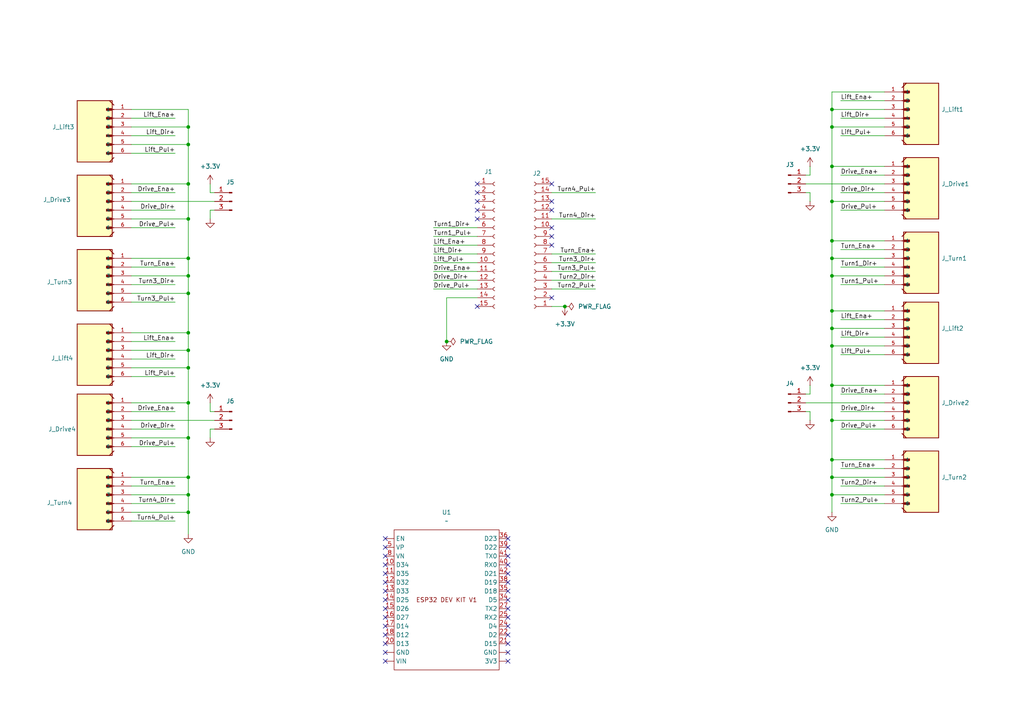
<source format=kicad_sch>
(kicad_sch (version 20250114) (generator "eeschema") (generator_version "9.0")
  (paper "A4")
  (lib_symbols
    (symbol "B6B-PH-K-S:B6B-PH-K-S" (pin_names (offset 1.016))
      (property "Reference" "J" (at -5.58 10.16 0))
      (property "Value" "B6B-PH-K-S" (at -5.08 -10.16 0))
      (symbol "B6B-PH-K-S_0_0"
        (polyline (pts (xy -5.08 8.89) (xy -3.81 10.16)) (stroke (width 0.254)))
        (polyline (pts (xy -5.08 7.62) (xy -3.175 7.62)) (stroke (width 0.254)))
        (polyline (pts (xy -5.08 5.08) (xy -3.175 5.08)) (stroke (width 0.254)))
        (polyline (pts (xy -5.08 2.54) (xy -3.175 2.54)) (stroke (width 0.254)))
        (polyline (pts (xy -5.08 0) (xy -3.175 0)) (stroke (width 0.254)))
        (polyline (pts (xy -5.08 -2.54) (xy -3.175 -2.54)) (stroke (width 0.254)))
        (polyline (pts (xy -5.08 -5.08) (xy -3.175 -5.08)) (stroke (width 0.254)))
        (polyline (pts (xy -5.08 -6.35) (xy -3.81 -7.62)) (stroke (width 0.254)))
        (rectangle (start -4.6038 -7.62) (end 5.5563 10.16) (stroke (width 0.254)) (fill (type background)))
        (rectangle (start -4.445 7.3025) (end -2.8575 7.9375) (stroke (width 0.1)) (fill (type outline)))
        (rectangle (start -4.445 4.7625) (end -2.8575 5.3975) (stroke (width 0.1)) (fill (type outline)))
        (rectangle (start -4.445 2.2225) (end -2.8575 2.8575) (stroke (width 0.1)) (fill (type outline)))
        (rectangle (start -4.445 -0.3175) (end -2.8575 0.3175) (stroke (width 0.1)) (fill (type outline)))
        (rectangle (start -4.445 -2.8575) (end -2.8575 -2.2225) (stroke (width 0.1)) (fill (type outline)))
        (rectangle (start -4.445 -5.3975) (end -2.8575 -4.7625) (stroke (width 0.1)) (fill (type outline)))
        (pin passive line (at -10.16 7.62 0) (length 5.08) (name "1") (number "1"))
        (pin passive line (at -10.16 5.08 0) (length 5.08) (name "2") (number "2"))
        (pin passive line (at -10.16 2.54 0) (length 5.08) (name "3") (number "3"))
        (pin passive line (at -10.16 0 0) (length 5.08) (name "4") (number "4"))
        (pin passive line (at -10.16 -2.54 0) (length 5.08) (name "5") (number "5"))
        (pin passive line (at -10.16 -5.08 0) (length 5.08) (name "6") (number "6"))
      )
    )
    (symbol "Connector:Conn_01x03_Pin" (pin_names (offset 1.016) (hide yes))
      (property "Reference" "J" (at 0 5.08 0))
      (property "Value" "Conn_01x03_Pin" (at 0 -5.08 0))
      (symbol "Conn_01x03_Pin_1_1"
        (rectangle (start 0.8636 2.667) (end 0 2.413) (stroke (width 0.1524)) (fill (type outline)))
        (rectangle (start 0.8636 0.127) (end 0 -0.127) (stroke (width 0.1524)) (fill (type outline)))
        (rectangle (start 0.8636 -2.413) (end 0 -2.667) (stroke (width 0.1524)) (fill (type outline)))
        (polyline (pts (xy 1.27 2.54) (xy 0.8636 2.54)) (stroke (width 0.1524)))
        (polyline (pts (xy 1.27 0) (xy 0.8636 0)) (stroke (width 0.1524)))
        (polyline (pts (xy 1.27 -2.54) (xy 0.8636 -2.54)) (stroke (width 0.1524)))
        (pin passive line (at 5.08 2.54 180) (length 3.81) (name "Pin_1") (number "1"))
        (pin passive line (at 5.08 0 180) (length 3.81) (name "Pin_2") (number "2"))
        (pin passive line (at 5.08 -2.54 180) (length 3.81) (name "Pin_3") (number "3"))
      )
    )
    (symbol "Connector:Conn_01x15_Socket" (pin_names (offset 1.016) (hide yes))
      (property "Reference" "J" (at 0 20.32 0))
      (property "Value" "Conn_01x15_Socket" (at 0 -20.32 0))
      (symbol "Conn_01x15_Socket_1_1"
        (polyline (pts (xy -1.27 17.78) (xy -0.508 17.78)) (stroke (width 0.1524)))
        (polyline (pts (xy -1.27 15.24) (xy -0.508 15.24)) (stroke (width 0.1524)))
        (polyline (pts (xy -1.27 12.7) (xy -0.508 12.7)) (stroke (width 0.1524)))
        (polyline (pts (xy -1.27 10.16) (xy -0.508 10.16)) (stroke (width 0.1524)))
        (polyline (pts (xy -1.27 7.62) (xy -0.508 7.62)) (stroke (width 0.1524)))
        (polyline (pts (xy -1.27 5.08) (xy -0.508 5.08)) (stroke (width 0.1524)))
        (polyline (pts (xy -1.27 2.54) (xy -0.508 2.54)) (stroke (width 0.1524)))
        (polyline (pts (xy -1.27 0) (xy -0.508 0)) (stroke (width 0.1524)))
        (polyline (pts (xy -1.27 -2.54) (xy -0.508 -2.54)) (stroke (width 0.1524)))
        (polyline (pts (xy -1.27 -5.08) (xy -0.508 -5.08)) (stroke (width 0.1524)))
        (polyline (pts (xy -1.27 -7.62) (xy -0.508 -7.62)) (stroke (width 0.1524)))
        (polyline (pts (xy -1.27 -10.16) (xy -0.508 -10.16)) (stroke (width 0.1524)))
        (polyline (pts (xy -1.27 -12.7) (xy -0.508 -12.7)) (stroke (width 0.1524)))
        (polyline (pts (xy -1.27 -15.24) (xy -0.508 -15.24)) (stroke (width 0.1524)))
        (polyline (pts (xy -1.27 -17.78) (xy -0.508 -17.78)) (stroke (width 0.1524)))
        (arc (start 0 17.272) (mid -0.5058 17.78) (end 0 18.288) (stroke (width 0.1524)))
        (arc (start 0 14.732) (mid -0.5058 15.24) (end 0 15.748) (stroke (width 0.1524)))
        (arc (start 0 12.192) (mid -0.5058 12.7) (end 0 13.208) (stroke (width 0.1524)))
        (arc (start 0 9.652) (mid -0.5058 10.16) (end 0 10.668) (stroke (width 0.1524)))
        (arc (start 0 7.112) (mid -0.5058 7.62) (end 0 8.128) (stroke (width 0.1524)))
        (arc (start 0 4.572) (mid -0.5058 5.08) (end 0 5.588) (stroke (width 0.1524)))
        (arc (start 0 2.032) (mid -0.5058 2.54) (end 0 3.048) (stroke (width 0.1524)))
        (arc (start 0 -0.508) (mid -0.5058 0) (end 0 0.508) (stroke (width 0.1524)))
        (arc (start 0 -3.048) (mid -0.5058 -2.54) (end 0 -2.032) (stroke (width 0.1524)))
        (arc (start 0 -5.588) (mid -0.5058 -5.08) (end 0 -4.572) (stroke (width 0.1524)))
        (arc (start 0 -8.128) (mid -0.5058 -7.62) (end 0 -7.112) (stroke (width 0.1524)))
        (arc (start 0 -10.668) (mid -0.5058 -10.16) (end 0 -9.652) (stroke (width 0.1524)))
        (arc (start 0 -13.208) (mid -0.5058 -12.7) (end 0 -12.192) (stroke (width 0.1524)))
        (arc (start 0 -15.748) (mid -0.5058 -15.24) (end 0 -14.732) (stroke (width 0.1524)))
        (arc (start 0 -18.288) (mid -0.5058 -17.78) (end 0 -17.272) (stroke (width 0.1524)))
        (pin passive line (at -5.08 17.78 0) (length 3.81) (name "Pin_1") (number "1"))
        (pin passive line (at -5.08 15.24 0) (length 3.81) (name "Pin_2") (number "2"))
        (pin passive line (at -5.08 12.7 0) (length 3.81) (name "Pin_3") (number "3"))
        (pin passive line (at -5.08 10.16 0) (length 3.81) (name "Pin_4") (number "4"))
        (pin passive line (at -5.08 7.62 0) (length 3.81) (name "Pin_5") (number "5"))
        (pin passive line (at -5.08 5.08 0) (length 3.81) (name "Pin_6") (number "6"))
        (pin passive line (at -5.08 2.54 0) (length 3.81) (name "Pin_7") (number "7"))
        (pin passive line (at -5.08 0 0) (length 3.81) (name "Pin_8") (number "8"))
        (pin passive line (at -5.08 -2.54 0) (length 3.81) (name "Pin_9") (number "9"))
        (pin passive line (at -5.08 -5.08 0) (length 3.81) (name "Pin_10") (number "10"))
        (pin passive line (at -5.08 -7.62 0) (length 3.81) (name "Pin_11") (number "11"))
        (pin passive line (at -5.08 -10.16 0) (length 3.81) (name "Pin_12") (number "12"))
        (pin passive line (at -5.08 -12.7 0) (length 3.81) (name "Pin_13") (number "13"))
        (pin passive line (at -5.08 -15.24 0) (length 3.81) (name "Pin_14") (number "14"))
        (pin passive line (at -5.08 -17.78 0) (length 3.81) (name "Pin_15") (number "15"))
      )
    )
    (symbol "power:+3.3V" (power) (pin_numbers (hide yes)) (pin_names (offset 0) (hide yes))
      (property "Value" "+3.3V" (at 0 3.556 0))
      (symbol "+3.3V_0_1"
        (polyline (pts (xy -0.762 1.27) (xy 0 2.54)))
        (polyline (pts (xy 0 2.54) (xy 0.762 1.27)))
        (polyline (pts (xy 0 0) (xy 0 2.54)))
      )
      (symbol "+3.3V_1_1"
        (pin power_in line (at 0 0 90) (length 0) (name "~") (number "1"))
      )
    )
    (symbol "power:GND" (power) (pin_numbers (hide yes)) (pin_names (offset 0) (hide yes))
      (property "Value" "GND" (at 0 -3.81 0))
      (symbol "GND_0_1"
        (polyline (pts (xy 0 0) (xy 0 -1.27) (xy 1.27 -1.27) (xy 0 -2.54) (xy -1.27 -1.27) (xy 0 -1.27)))
      )
      (symbol "GND_1_1"
        (pin power_in line (at 0 0 270) (length 0) (name "~") (number "1"))
      )
    )
    (symbol "power:PWR_FLAG" (power) (pin_numbers (hide yes)) (pin_names (offset 0) (hide yes))
      (property "Value" "PWR_FLAG" (at 0 3.81 0))
      (symbol "PWR_FLAG_0_0"
        (pin power_out line (at 0 0 90) (length 0) (name "~") (number "1"))
      )
      (symbol "PWR_FLAG_0_1"
        (polyline (pts (xy 0 0) (xy 0 1.27) (xy -1.016 1.905) (xy 0 2.54) (xy 1.016 1.905) (xy 0 1.27)))
      )
    )
    (symbol "seniorDesign:ESP32_DEVKIT_V1"
      (property "Reference" "U" (at 16.002 21.082 0))
      (symbol "ESP32_DEVKIT_V1_0_1"
        (rectangle (start -15.24 20.32) (end 15.24 -20.32))
      )
      (symbol "ESP32_DEVKIT_V1_1_1"
        (text "ESP32 DEV KIT V1" (at 0 0 0) (effects (font (size 1.27 1.27))))
        (pin input line (at -17.78 17.78 0) (length 2.54) (name "EN") (number ""))
        (pin power_in line (at -17.78 15.24 0) (length 2.54) (name "VP") (number "5"))
        (pin power_in line (at -17.78 12.7 0) (length 2.54) (name "VN") (number "8"))
        (pin bidirectional line (at -17.78 10.16 0) (length 2.54) (name "D34") (number "10"))
        (pin bidirectional line (at -17.78 7.62 0) (length 2.54) (name "D35") (number "11"))
        (pin bidirectional line (at -17.78 5.08 0) (length 2.54) (name "D32") (number "12"))
        (pin bidirectional line (at -17.78 2.54 0) (length 2.54) (name "D33") (number "13"))
        (pin bidirectional line (at -17.78 0 0) (length 2.54) (name "D25") (number "14"))
        (pin bidirectional line (at -17.78 -2.54 0) (length 2.54) (name "D26") (number "15"))
        (pin bidirectional line (at -17.78 -5.08 0) (length 2.54) (name "D27") (number "16"))
        (pin bidirectional line (at -17.78 -7.62 0) (length 2.54) (name "D14") (number "17"))
        (pin bidirectional line (at -17.78 -10.16 0) (length 2.54) (name "D12") (number "18"))
        (pin bidirectional line (at -17.78 -12.7 0) (length 2.54) (name "D13") (number "20"))
        (pin power_in line (at -17.78 -15.24 0) (length 2.54) (name "GND") (number ""))
        (pin power_in line (at -17.78 -17.78 0) (length 2.54) (name "VIN") (number ""))
        (pin bidirectional line (at 17.78 17.78 180) (length 2.54) (name "D23") (number "36"))
        (pin bidirectional line (at 17.78 15.24 180) (length 2.54) (name "D22") (number "39"))
        (pin output line (at 17.78 12.7 180) (length 2.54) (name "TX0") (number "41"))
        (pin input line (at 17.78 10.16 180) (length 2.54) (name "RX0") (number "40"))
        (pin bidirectional line (at 17.78 7.62 180) (length 2.54) (name "D21") (number "42"))
        (pin bidirectional line (at 17.78 5.08 180) (length 2.54) (name "D19") (number "38"))
        (pin bidirectional line (at 17.78 2.54 180) (length 2.54) (name "D18") (number "35"))
        (pin bidirectional line (at 17.78 0 180) (length 2.54) (name "D5") (number "34"))
        (pin output line (at 17.78 -2.54 180) (length 2.54) (name "TX2") (number "27"))
        (pin input line (at 17.78 -5.08 180) (length 2.54) (name "RX2") (number "25"))
        (pin bidirectional line (at 17.78 -7.62 180) (length 2.54) (name "D4") (number "24"))
        (pin bidirectional line (at 17.78 -10.16 180) (length 2.54) (name "D2") (number "22"))
        (pin bidirectional line (at 17.78 -12.7 180) (length 2.54) (name "D15") (number "21"))
        (pin power_in line (at 17.78 -15.24 180) (length 2.54) (name "GND") (number ""))
        (pin power_in line (at 17.78 -17.78 180) (length 2.54) (name "3V3") (number ""))
      )
    )
  )
  (junction (at 54.61 106.68))
  (junction (at 241.3 143.51))
  (junction (at 241.3 121.92))
  (junction (at 241.3 48.26))
  (junction (at 54.61 96.52))
  (junction (at 54.61 127))
  (junction (at 129.54 99.06))
  (junction (at 241.3 138.43))
  (junction (at 241.3 90.17))
  (junction (at 54.61 143.51))
  (junction (at 54.61 116.84))
  (junction (at 241.3 95.25))
  (junction (at 241.3 80.01))
  (junction (at 241.3 36.83))
  (junction (at 241.3 31.75))
  (junction (at 54.61 53.34))
  (junction (at 54.61 101.6))
  (junction (at 241.3 100.33))
  (junction (at 241.3 133.35))
  (junction (at 54.61 148.59))
  (junction (at 241.3 111.76))
  (junction (at 54.61 85.09))
  (junction (at 241.3 58.42))
  (junction (at 241.3 74.93))
  (junction (at 54.61 41.91))
  (junction (at 54.61 36.83))
  (junction (at 54.61 63.5))
  (junction (at 54.61 80.01))
  (junction (at 241.3 69.85))
  (junction (at 163.83 88.9))
  (junction (at 54.61 74.93))
  (junction (at 54.61 138.43))
  (no_connect (at 147.32 168.91))
  (no_connect (at 138.43 53.34))
  (no_connect (at 160.02 66.04))
  (no_connect (at 147.32 173.99))
  (no_connect (at 147.32 186.69))
  (no_connect (at 160.02 86.36))
  (no_connect (at 111.76 186.69))
  (no_connect (at 147.32 181.61))
  (no_connect (at 111.76 189.23))
  (no_connect (at 138.43 60.96))
  (no_connect (at 111.76 161.29))
  (no_connect (at 111.76 156.21))
  (no_connect (at 111.76 184.15))
  (no_connect (at 147.32 179.07))
  (no_connect (at 160.02 53.34))
  (no_connect (at 147.32 184.15))
  (no_connect (at 138.43 55.88))
  (no_connect (at 147.32 171.45))
  (no_connect (at 138.43 58.42))
  (no_connect (at 147.32 189.23))
  (no_connect (at 111.76 166.37))
  (no_connect (at 147.32 156.21))
  (no_connect (at 138.43 63.5))
  (no_connect (at 160.02 71.12))
  (no_connect (at 160.02 60.96))
  (no_connect (at 111.76 176.53))
  (no_connect (at 138.43 88.9))
  (no_connect (at 160.02 68.58))
  (no_connect (at 111.76 181.61))
  (no_connect (at 111.76 163.83))
  (no_connect (at 111.76 191.77))
  (no_connect (at 111.76 171.45))
  (no_connect (at 111.76 179.07))
  (no_connect (at 111.76 173.99))
  (no_connect (at 111.76 158.75))
  (no_connect (at 160.02 58.42))
  (no_connect (at 147.32 166.37))
  (no_connect (at 147.32 158.75))
  (no_connect (at 147.32 191.77))
  (no_connect (at 147.32 161.29))
  (no_connect (at 147.32 176.53))
  (no_connect (at 147.32 163.83))
  (no_connect (at 111.76 168.91))
  (wire (pts (xy 241.3 74.93) (xy 241.3 80.01)))
  (wire (pts (xy 54.61 74.93) (xy 54.61 80.01)))
  (wire (pts (xy 243.84 60.96) (xy 256.54 60.96)))
  (wire (pts (xy 234.95 114.3) (xy 234.95 111.76)))
  (wire (pts (xy 62.23 55.88) (xy 60.96 55.88)))
  (wire (pts (xy 50.8 129.54) (xy 38.1 129.54)))
  (wire (pts (xy 38.1 96.52) (xy 54.61 96.52)))
  (wire (pts (xy 241.3 80.01) (xy 256.54 80.01)))
  (wire (pts (xy 38.1 63.5) (xy 54.61 63.5)))
  (wire (pts (xy 38.1 55.88) (xy 50.8 55.88)))
  (wire (pts (xy 50.8 146.05) (xy 38.1 146.05)))
  (wire (pts (xy 60.96 119.38) (xy 60.96 116.84)))
  (wire (pts (xy 50.8 87.63) (xy 38.1 87.63)))
  (wire (pts (xy 241.3 48.26) (xy 241.3 58.42)))
  (wire (pts (xy 241.3 31.75) (xy 241.3 36.83)))
  (wire (pts (xy 54.61 138.43) (xy 54.61 143.51)))
  (wire (pts (xy 233.68 114.3) (xy 234.95 114.3)))
  (wire (pts (xy 54.61 53.34) (xy 54.61 63.5)))
  (wire (pts (xy 62.23 119.38) (xy 60.96 119.38)))
  (wire (pts (xy 125.73 78.74) (xy 138.43 78.74)))
  (wire (pts (xy 54.61 101.6) (xy 54.61 106.68)))
  (wire (pts (xy 38.1 74.93) (xy 54.61 74.93)))
  (wire (pts (xy 241.3 58.42) (xy 256.54 58.42)))
  (wire (pts (xy 125.73 83.82) (xy 138.43 83.82)))
  (wire (pts (xy 256.54 138.43) (xy 241.3 138.43)))
  (wire (pts (xy 241.3 121.92) (xy 256.54 121.92)))
  (wire (pts (xy 241.3 26.67) (xy 241.3 31.75)))
  (wire (pts (xy 243.84 140.97) (xy 256.54 140.97)))
  (wire (pts (xy 241.3 48.26) (xy 256.54 48.26)))
  (wire (pts (xy 50.8 66.04) (xy 38.1 66.04)))
  (wire (pts (xy 60.96 55.88) (xy 60.96 53.34)))
  (wire (pts (xy 241.3 143.51) (xy 241.3 148.59)))
  (wire (pts (xy 256.54 114.3) (xy 243.84 114.3)))
  (wire (pts (xy 54.61 143.51) (xy 54.61 148.59)))
  (wire (pts (xy 256.54 143.51) (xy 241.3 143.51)))
  (wire (pts (xy 241.3 100.33) (xy 256.54 100.33)))
  (wire (pts (xy 125.73 81.28) (xy 138.43 81.28)))
  (wire (pts (xy 38.1 121.92) (xy 62.23 121.92)))
  (wire (pts (xy 62.23 60.96) (xy 60.96 60.96)))
  (wire (pts (xy 50.8 44.45) (xy 38.1 44.45)))
  (wire (pts (xy 241.3 80.01) (xy 241.3 90.17)))
  (wire (pts (xy 54.61 63.5) (xy 54.61 74.93)))
  (wire (pts (xy 243.84 72.39) (xy 256.54 72.39)))
  (wire (pts (xy 241.3 121.92) (xy 241.3 133.35)))
  (wire (pts (xy 50.8 82.55) (xy 38.1 82.55)))
  (wire (pts (xy 172.72 76.2) (xy 160.02 76.2)))
  (wire (pts (xy 256.54 55.88) (xy 243.84 55.88)))
  (wire (pts (xy 125.73 76.2) (xy 138.43 76.2)))
  (wire (pts (xy 54.61 41.91) (xy 54.61 53.34)))
  (wire (pts (xy 256.54 119.38) (xy 243.84 119.38)))
  (wire (pts (xy 38.1 36.83) (xy 54.61 36.83)))
  (wire (pts (xy 241.3 36.83) (xy 256.54 36.83)))
  (wire (pts (xy 243.84 77.47) (xy 256.54 77.47)))
  (wire (pts (xy 243.84 146.05) (xy 256.54 146.05)))
  (wire (pts (xy 172.72 78.74) (xy 160.02 78.74)))
  (wire (pts (xy 54.61 127) (xy 54.61 138.43)))
  (wire (pts (xy 125.73 66.04) (xy 138.43 66.04)))
  (wire (pts (xy 241.3 111.76) (xy 241.3 121.92)))
  (wire (pts (xy 241.3 58.42) (xy 241.3 69.85)))
  (wire (pts (xy 54.61 106.68) (xy 54.61 116.84)))
  (wire (pts (xy 243.84 97.79) (xy 256.54 97.79)))
  (wire (pts (xy 243.84 124.46) (xy 256.54 124.46)))
  (wire (pts (xy 50.8 109.22) (xy 38.1 109.22)))
  (wire (pts (xy 50.8 77.47) (xy 38.1 77.47)))
  (wire (pts (xy 38.1 31.75) (xy 54.61 31.75)))
  (wire (pts (xy 172.72 55.88) (xy 160.02 55.88)))
  (wire (pts (xy 241.3 111.76) (xy 256.54 111.76)))
  (wire (pts (xy 38.1 138.43) (xy 54.61 138.43)))
  (wire (pts (xy 38.1 124.46) (xy 50.8 124.46)))
  (wire (pts (xy 241.3 95.25) (xy 241.3 100.33)))
  (wire (pts (xy 233.68 50.8) (xy 234.95 50.8)))
  (wire (pts (xy 54.61 85.09) (xy 54.61 96.52)))
  (wire (pts (xy 234.95 119.38) (xy 234.95 121.92)))
  (wire (pts (xy 125.73 73.66) (xy 138.43 73.66)))
  (wire (pts (xy 54.61 148.59) (xy 54.61 154.94)))
  (wire (pts (xy 138.43 86.36) (xy 129.54 86.36)))
  (wire (pts (xy 233.68 116.84) (xy 256.54 116.84)))
  (wire (pts (xy 38.1 60.96) (xy 50.8 60.96)))
  (wire (pts (xy 241.3 133.35) (xy 256.54 133.35)))
  (wire (pts (xy 50.8 99.06) (xy 38.1 99.06)))
  (wire (pts (xy 243.84 34.29) (xy 256.54 34.29)))
  (wire (pts (xy 241.3 100.33) (xy 241.3 111.76)))
  (wire (pts (xy 241.3 74.93) (xy 256.54 74.93)))
  (wire (pts (xy 129.54 86.36) (xy 129.54 99.06)))
  (wire (pts (xy 256.54 50.8) (xy 243.84 50.8)))
  (wire (pts (xy 172.72 81.28) (xy 160.02 81.28)))
  (wire (pts (xy 54.61 36.83) (xy 54.61 41.91)))
  (wire (pts (xy 241.3 138.43) (xy 241.3 143.51)))
  (wire (pts (xy 241.3 90.17) (xy 256.54 90.17)))
  (wire (pts (xy 38.1 85.09) (xy 54.61 85.09)))
  (wire (pts (xy 125.73 68.58) (xy 138.43 68.58)))
  (wire (pts (xy 241.3 133.35) (xy 241.3 138.43)))
  (wire (pts (xy 60.96 60.96) (xy 60.96 63.5)))
  (wire (pts (xy 38.1 106.68) (xy 54.61 106.68)))
  (wire (pts (xy 54.61 116.84) (xy 54.61 127)))
  (wire (pts (xy 60.96 124.46) (xy 60.96 127)))
  (wire (pts (xy 243.84 135.89) (xy 256.54 135.89)))
  (wire (pts (xy 125.73 71.12) (xy 138.43 71.12)))
  (wire (pts (xy 38.1 116.84) (xy 54.61 116.84)))
  (wire (pts (xy 172.72 73.66) (xy 160.02 73.66)))
  (wire (pts (xy 172.72 63.5) (xy 160.02 63.5)))
  (wire (pts (xy 243.84 92.71) (xy 256.54 92.71)))
  (wire (pts (xy 241.3 95.25) (xy 256.54 95.25)))
  (wire (pts (xy 241.3 36.83) (xy 241.3 48.26)))
  (wire (pts (xy 234.95 50.8) (xy 234.95 48.26)))
  (wire (pts (xy 38.1 53.34) (xy 54.61 53.34)))
  (wire (pts (xy 38.1 148.59) (xy 54.61 148.59)))
  (wire (pts (xy 233.68 53.34) (xy 256.54 53.34)))
  (wire (pts (xy 243.84 29.21) (xy 256.54 29.21)))
  (wire (pts (xy 54.61 96.52) (xy 54.61 101.6)))
  (wire (pts (xy 234.95 55.88) (xy 234.95 58.42)))
  (wire (pts (xy 241.3 69.85) (xy 256.54 69.85)))
  (wire (pts (xy 50.8 39.37) (xy 38.1 39.37)))
  (wire (pts (xy 243.84 82.55) (xy 256.54 82.55)))
  (wire (pts (xy 54.61 31.75) (xy 54.61 36.83)))
  (wire (pts (xy 241.3 31.75) (xy 256.54 31.75)))
  (wire (pts (xy 38.1 101.6) (xy 54.61 101.6)))
  (wire (pts (xy 50.8 151.13) (xy 38.1 151.13)))
  (wire (pts (xy 172.72 83.82) (xy 160.02 83.82)))
  (wire (pts (xy 243.84 39.37) (xy 256.54 39.37)))
  (wire (pts (xy 38.1 119.38) (xy 50.8 119.38)))
  (wire (pts (xy 233.68 119.38) (xy 234.95 119.38)))
  (wire (pts (xy 233.68 55.88) (xy 234.95 55.88)))
  (wire (pts (xy 241.3 90.17) (xy 241.3 95.25)))
  (wire (pts (xy 54.61 80.01) (xy 54.61 85.09)))
  (wire (pts (xy 38.1 127) (xy 54.61 127)))
  (wire (pts (xy 38.1 58.42) (xy 62.23 58.42)))
  (wire (pts (xy 50.8 140.97) (xy 38.1 140.97)))
  (wire (pts (xy 50.8 34.29) (xy 38.1 34.29)))
  (wire (pts (xy 38.1 41.91) (xy 54.61 41.91)))
  (wire (pts (xy 243.84 102.87) (xy 256.54 102.87)))
  (wire (pts (xy 38.1 80.01) (xy 54.61 80.01)))
  (wire (pts (xy 62.23 124.46) (xy 60.96 124.46)))
  (wire (pts (xy 38.1 143.51) (xy 54.61 143.51)))
  (wire (pts (xy 160.02 88.9) (xy 163.83 88.9)))
  (wire (pts (xy 241.3 69.85) (xy 241.3 74.93)))
  (wire (pts (xy 50.8 104.14) (xy 38.1 104.14)))
  (wire (pts (xy 256.54 26.67) (xy 241.3 26.67)))
  (label "Turn4_Dir+" (at 50.8 146.05 180))
  (label "Turn2_Pul+" (at 172.72 83.82 180))
  (label "Drive_Dir+" (at 50.8 124.46 180))
  (label "Turn3_Dir+" (at 172.72 76.2 180))
  (label "Drive_Pul+" (at 243.84 124.46 0))
  (label "Turn_Ena+" (at 50.8 77.47 180))
  (label "Drive_Pul+" (at 125.73 83.82 0))
  (label "Drive_Ena+" (at 243.84 114.3 0))
  (label "Turn_Ena+" (at 172.72 73.66 180))
  (label "Lift_Pul+" (at 125.73 76.2 0))
  (label "Lift_Dir+" (at 50.8 104.14 180))
  (label "Drive_Dir+" (at 125.73 81.28 0))
  (label "Drive_Ena+" (at 50.8 119.38 180))
  (label "Turn2_Dir+" (at 172.72 81.28 180))
  (label "Lift_Pul+" (at 50.8 44.45 180))
  (label "Turn4_Pul+" (at 50.8 151.13 180))
  (label "Turn3_Dir+" (at 50.8 82.55 180))
  (label "Lift_Dir+" (at 125.73 73.66 0))
  (label "Turn1_Dir+" (at 243.84 77.47 0))
  (label "Drive_Pul+" (at 50.8 129.54 180))
  (label "Lift_Dir+" (at 243.84 34.29 0))
  (label "Lift_Dir+" (at 50.8 39.37 180))
  (label "Turn_Ena+" (at 243.84 135.89 0))
  (label "Turn_Ena+" (at 50.8 140.97 180))
  (label "Drive_Dir+" (at 243.84 119.38 0))
  (label "Turn3_Pul+" (at 50.8 87.63 180))
  (label "Lift_Ena+" (at 50.8 99.06 180))
  (label "Drive_Pul+" (at 243.84 60.96 0))
  (label "Turn_Ena+" (at 243.84 72.39 0))
  (label "Lift_Ena+" (at 243.84 29.21 0))
  (label "Turn4_Dir+" (at 172.72 63.5 180))
  (label "Turn1_Dir+" (at 125.73 66.04 0))
  (label "Turn3_Pul+" (at 172.72 78.74 180))
  (label "Drive_Ena+" (at 243.84 50.8 0))
  (label "Lift_Ena+" (at 50.8 34.29 180))
  (label "Lift_Pul+" (at 243.84 102.87 0))
  (label "Turn1_Pul+" (at 243.84 82.55 0))
  (label "Turn1_Pul+" (at 125.73 68.58 0))
  (label "Lift_Ena+" (at 125.73 71.12 0))
  (label "Lift_Pul+" (at 243.84 39.37 0))
  (label "Turn2_Dir+" (at 243.84 140.97 0))
  (label "Drive_Dir+" (at 50.8 60.96 180))
  (label "Drive_Ena+" (at 50.8 55.88 180))
  (label "Lift_Pul+" (at 50.8 109.22 180))
  (label "Turn2_Pul+" (at 243.84 146.05 0))
  (label "Turn4_Pul+" (at 172.72 55.88 180))
  (label "Drive_Dir+" (at 243.84 55.88 0))
  (label "Drive_Pul+" (at 50.8 66.04 180))
  (label "Lift_Ena+" (at 243.84 92.71 0))
  (label "Lift_Dir+" (at 243.84 97.79 0))
  (label "Drive_Ena+" (at 125.73 78.74 0))
  (symbol (lib_id "B6B-PH-K-S:B6B-PH-K-S") (at 27.94 82.55 0) (mirror y) (unit 1)
    (property "Reference" "J_Turn3" (at 17.272 81.788 0))
    (property "Value" "B6B-PH-K-S" (effects (hide yes)))
    (property "Footprint" "B6B-PH-K-S:JST_B6B-PH-K-S" (effects (hide yes)))
    (property "MANUFACTURER" "JST" (effects (hide yes)))
  )
  (symbol (lib_id "B6B-PH-K-S:B6B-PH-K-S") (at 27.94 146.05 0) (mirror y) (unit 1)
    (property "Reference" "J_Turn4" (at 17.272 145.796 0))
    (property "Value" "B6B-PH-K-S" (effects (hide yes)))
    (property "Footprint" "B6B-PH-K-S:JST_B6B-PH-K-S" (effects (hide yes)))
    (property "MANUFACTURER" "JST" (effects (hide yes)))
  )
  (symbol (lib_id "B6B-PH-K-S:B6B-PH-K-S") (at 27.94 124.46 0) (mirror y) (unit 1)
    (property "Reference" "J_Drive4" (at 18.034 124.46 0))
    (property "Value" "B6B-PH-K-S" (effects (hide yes)))
    (property "Footprint" "B6B-PH-K-S:JST_B6B-PH-K-S" (effects (hide yes)))
    (property "MANUFACTURER" "JST" (effects (hide yes)))
  )
  (symbol (lib_id "power:+3.3V") (at 163.83 88.9 180) (unit 1)
    (property "Reference" "#PWR09" (effects (hide yes)))
    (property "Value" "+3.3V" (at 163.83 93.98 0))
    (property "Description" "Power symbol creates a global label with name \"+3.3V\"" (effects (hide yes)))
  )
  (symbol (lib_id "power:GND") (at 129.54 99.06 0) (unit 1)
    (property "Reference" "#PWR011" (effects (hide yes)))
    (property "Value" "GND" (at 129.54 104.14 0))
    (property "Description" "Power symbol creates a global label with name \"GND\" , ground" (effects (hide yes)))
  )
  (symbol (lib_id "Connector:Conn_01x03_Pin") (at 228.6 53.34 0) (unit 1)
    (property "Reference" "J3" (at 229.108 47.752 0))
    (property "Value" "Conn_01x03_Pin" (effects (hide yes)))
    (property "Description" "Generic connector, single row, 01x03, script generated" (effects (hide yes)))
  )
  (symbol (lib_id "B6B-PH-K-S:B6B-PH-K-S") (at 27.94 39.37 0) (mirror y) (unit 1)
    (property "Reference" "J_Lift3" (at 21.59 36.8299 0) (effects (justify left)))
    (property "Value" "B6B-PH-K-S" (effects (hide yes)))
    (property "Footprint" "B6B-PH-K-S:JST_B6B-PH-K-S" (effects (hide yes)))
    (property "MANUFACTURER" "JST" (effects (hide yes)))
  )
  (symbol (lib_id "B6B-PH-K-S:B6B-PH-K-S") (at 266.7 140.97 0) (unit 1)
    (property "Reference" "J_Turn2" (at 273.05 138.4299 0) (effects (justify left)))
    (property "Value" "B6B-PH-K-S" (effects (hide yes)))
    (property "Footprint" "B6B-PH-K-S:JST_B6B-PH-K-S" (effects (hide yes)))
    (property "MANUFACTURER" "JST" (effects (hide yes)))
  )
  (symbol (lib_id "B6B-PH-K-S:B6B-PH-K-S") (at 266.7 119.38 0) (unit 1)
    (property "Reference" "J_Drive2" (at 273.05 116.8399 0) (effects (justify left)))
    (property "Value" "B6B-PH-K-S" (effects (hide yes)))
    (property "Footprint" "B6B-PH-K-S:JST_B6B-PH-K-S" (effects (hide yes)))
    (property "MANUFACTURER" "JST" (effects (hide yes)))
  )
  (symbol (lib_id "power:GND") (at 54.61 154.94 0) (unit 1)
    (property "Reference" "#PWR01" (effects (hide yes)))
    (property "Value" "GND" (at 54.61 160.02 0))
    (property "Description" "Power symbol creates a global label with name \"GND\" , ground" (effects (hide yes)))
  )
  (symbol (lib_id "B6B-PH-K-S:B6B-PH-K-S") (at 266.7 55.88 0) (unit 1)
    (property "Reference" "J_Drive1" (at 273.05 53.3399 0) (effects (justify left)))
    (property "Value" "B6B-PH-K-S" (effects (hide yes)))
    (property "Footprint" "B6B-PH-K-S:JST_B6B-PH-K-S" (effects (hide yes)))
    (property "MANUFACTURER" "JST" (effects (hide yes)))
  )
  (symbol (lib_id "B6B-PH-K-S:B6B-PH-K-S") (at 27.94 60.96 0) (mirror y) (unit 1)
    (property "Reference" "J_Drive3" (at 16.51 57.912 0))
    (property "Value" "B6B-PH-K-S" (effects (hide yes)))
    (property "Footprint" "B6B-PH-K-S:JST_B6B-PH-K-S" (effects (hide yes)))
    (property "MANUFACTURER" "JST" (effects (hide yes)))
  )
  (symbol (lib_id "power:+3.3V") (at 60.96 116.84 0) (unit 1)
    (property "Reference" "#PWR05" (effects (hide yes)))
    (property "Value" "+3.3V" (at 60.96 111.76 0))
    (property "Description" "Power symbol creates a global label with name \"+3.3V\"" (effects (hide yes)))
  )
  (symbol (lib_id "power:+3.3V") (at 60.96 53.34 0) (unit 1)
    (property "Reference" "#PWR07" (effects (hide yes)))
    (property "Value" "+3.3V" (at 60.96 48.26 0))
    (property "Description" "Power symbol creates a global label with name \"+3.3V\"" (effects (hide yes)))
  )
  (symbol (lib_id "power:GND") (at 60.96 63.5 0) (mirror y) (unit 1)
    (property "Reference" "#PWR08" (effects (hide yes)))
    (property "Value" "GND" (effects (hide yes)))
    (property "Description" "Power symbol creates a global label with name \"GND\" , ground" (effects (hide yes)))
  )
  (symbol (lib_id "B6B-PH-K-S:B6B-PH-K-S") (at 266.7 77.47 0) (unit 1)
    (property "Reference" "J_Turn1" (at 273.05 74.9299 0) (effects (justify left)))
    (property "Value" "B6B-PH-K-S" (effects (hide yes)))
    (property "Footprint" "B6B-PH-K-S:JST_B6B-PH-K-S" (effects (hide yes)))
    (property "MANUFACTURER" "JST" (effects (hide yes)))
  )
  (symbol (lib_id "power:GND") (at 234.95 121.92 0) (unit 1)
    (property "Reference" "#PWR06" (effects (hide yes)))
    (property "Value" "GND" (effects (hide yes)))
    (property "Description" "Power symbol creates a global label with name \"GND\" , ground" (effects (hide yes)))
  )
  (symbol (lib_id "power:GND") (at 234.95 58.42 0) (unit 1)
    (property "Reference" "#PWR03" (effects (hide yes)))
    (property "Value" "GND" (effects (hide yes)))
    (property "Description" "Power symbol creates a global label with name \"GND\" , ground" (effects (hide yes)))
  )
  (symbol (lib_id "power:PWR_FLAG") (at 129.54 99.06 270) (unit 1)
    (property "Reference" "#FLG02" (effects (hide yes)))
    (property "Value" "PWR_FLAG" (at 133.35 99.0599 90) (effects (justify left)))
    (property "Description" "Special symbol for telling ERC where power comes from" (effects (hide yes)))
  )
  (symbol (lib_id "power:GND") (at 60.96 127 0) (mirror y) (unit 1)
    (property "Reference" "#PWR010" (effects (hide yes)))
    (property "Value" "GND" (effects (hide yes)))
    (property "Description" "Power symbol creates a global label with name \"GND\" , ground" (effects (hide yes)))
  )
  (symbol (lib_id "Connector:Conn_01x03_Pin") (at 67.31 121.92 0) (mirror y) (unit 1)
    (property "Reference" "J6" (at 66.802 116.332 0))
    (property "Value" "Conn_01x03_Pin" (effects (hide yes)))
    (property "Description" "Generic connector, single row, 01x03, script generated" (effects (hide yes)))
  )
  (symbol (lib_id "Connector:Conn_01x03_Pin") (at 67.31 58.42 0) (mirror y) (unit 1)
    (property "Reference" "J5" (at 66.802 52.832 0))
    (property "Value" "Conn_01x03_Pin" (effects (hide yes)))
    (property "Description" "Generic connector, single row, 01x03, script generated" (effects (hide yes)))
  )
  (symbol (lib_id "seniorDesign:ESP32_DEVKIT_V1") (at 129.54 173.99 0) (unit 1)
    (property "Reference" "U1" (at 129.54 148.59 0))
    (property "Value" "~" (at 129.54 151.13 0))
  )
  (symbol (lib_id "B6B-PH-K-S:B6B-PH-K-S") (at 266.7 34.29 0) (unit 1)
    (property "Reference" "J_Lift1" (at 273.05 31.7499 0) (effects (justify left)))
    (property "Value" "B6B-PH-K-S" (effects (hide yes)))
    (property "Footprint" "B6B-PH-K-S:JST_B6B-PH-K-S" (effects (hide yes)))
    (property "MANUFACTURER" "JST" (effects (hide yes)))
  )
  (symbol (lib_id "power:+3.3V") (at 234.95 48.26 0) (unit 1)
    (property "Reference" "#PWR012" (effects (hide yes)))
    (property "Value" "+3.3V" (at 234.95 43.18 0))
    (property "Description" "Power symbol creates a global label with name \"+3.3V\"" (effects (hide yes)))
  )
  (symbol (lib_id "Connector:Conn_01x15_Socket") (at 143.51 71.12 0) (unit 1)
    (property "Reference" "J1" (at 140.462 49.784 0) (effects (justify left)))
    (property "Value" "Conn_01x15_Socket" (effects (hide yes)))
    (property "Description" "Generic connector, single row, 01x15, script generated" (effects (hide yes)))
  )
  (symbol (lib_id "B6B-PH-K-S:B6B-PH-K-S") (at 266.7 97.79 0) (unit 1)
    (property "Reference" "J_Lift2" (at 273.05 95.2499 0) (effects (justify left)))
    (property "Value" "B6B-PH-K-S" (effects (hide yes)))
    (property "Footprint" "B6B-PH-K-S:JST_B6B-PH-K-S" (effects (hide yes)))
    (property "MANUFACTURER" "JST" (effects (hide yes)))
  )
  (symbol (lib_id "Connector:Conn_01x03_Pin") (at 228.6 116.84 0) (unit 1)
    (property "Reference" "J4" (at 229.108 111.252 0))
    (property "Value" "Conn_01x03_Pin" (effects (hide yes)))
    (property "Description" "Generic connector, single row, 01x03, script generated" (effects (hide yes)))
  )
  (symbol (lib_id "B6B-PH-K-S:B6B-PH-K-S") (at 27.94 104.14 0) (mirror y) (unit 1)
    (property "Reference" "J_Lift4" (at 18.034 103.886 0))
    (property "Value" "B6B-PH-K-S" (effects (hide yes)))
    (property "Footprint" "B6B-PH-K-S:JST_B6B-PH-K-S" (effects (hide yes)))
    (property "MANUFACTURER" "JST" (effects (hide yes)))
  )
  (symbol (lib_id "power:GND") (at 241.3 148.59 0) (unit 1)
    (property "Reference" "#PWR02" (effects (hide yes)))
    (property "Value" "GND" (at 241.3 153.67 0))
    (property "Description" "Power symbol creates a global label with name \"GND\" , ground" (effects (hide yes)))
  )
  (symbol (lib_id "Connector:Conn_01x15_Socket") (at 154.94 71.12 180) (unit 1)
    (property "Reference" "J2" (at 155.702 50.292 0))
    (property "Value" "Conn_01x15_Socket" (effects (hide yes)))
    (property "Description" "Generic connector, single row, 01x15, script generated" (effects (hide yes)))
  )
  (symbol (lib_id "power:PWR_FLAG") (at 163.83 88.9 270) (unit 1)
    (property "Reference" "#FLG01" (effects (hide yes)))
    (property "Value" "PWR_FLAG" (at 167.64 88.8999 90) (effects (justify left)))
    (property "Description" "Special symbol for telling ERC where power comes from" (effects (hide yes)))
  )
  (symbol (lib_id "power:+3.3V") (at 234.95 111.76 0) (unit 1)
    (property "Reference" "#PWR04" (effects (hide yes)))
    (property "Value" "+3.3V" (at 234.95 106.68 0))
    (property "Description" "Power symbol creates a global label with name \"+3.3V\"" (effects (hide yes)))
  )
)
</source>
